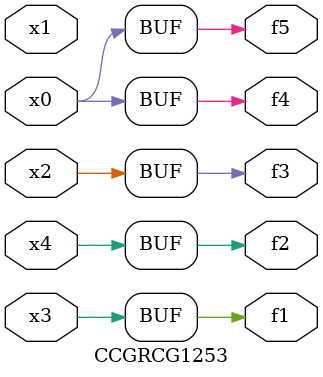
<source format=v>
module CCGRCG1253(
	input x0, x1, x2, x3, x4,
	output f1, f2, f3, f4, f5
);
	assign f1 = x3;
	assign f2 = x4;
	assign f3 = x2;
	assign f4 = x0;
	assign f5 = x0;
endmodule

</source>
